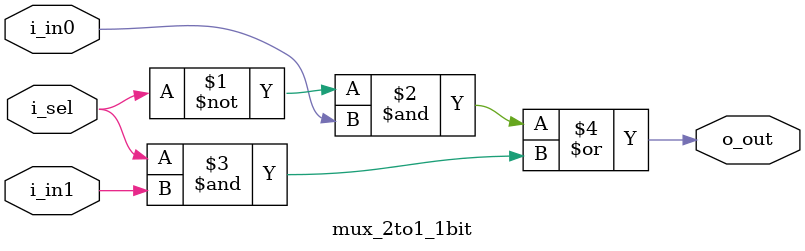
<source format=sv>

module mux_2to1_1bit (
	input  wire i_in0,   // Input 0
	input  wire i_in1,   // Input 1
	input  wire i_sel,   // Select signal: 0 -> i_in0, 1 -> i_in1
	output wire o_out    // Output

);
	assign o_out = 	(~i_sel & i_in0) | // 0 
			( i_sel & i_in1);  // 1
endmodule

</source>
